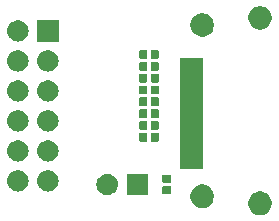
<source format=gbr>
G04 #@! TF.GenerationSoftware,KiCad,Pcbnew,5.0.2-bee76a0~70~ubuntu18.04.1*
G04 #@! TF.CreationDate,2020-06-27T14:22:49+01:00*
G04 #@! TF.ProjectId,picodvi_pmod,7069636f-6476-4695-9f70-6d6f642e6b69,rev?*
G04 #@! TF.SameCoordinates,Original*
G04 #@! TF.FileFunction,Soldermask,Top*
G04 #@! TF.FilePolarity,Negative*
%FSLAX46Y46*%
G04 Gerber Fmt 4.6, Leading zero omitted, Abs format (unit mm)*
G04 Created by KiCad (PCBNEW 5.0.2-bee76a0~70~ubuntu18.04.1) date Sat 27 Jun 2020 14:22:49 BST*
%MOMM*%
%LPD*%
G01*
G04 APERTURE LIST*
%ADD10C,0.100000*%
G04 APERTURE END LIST*
D10*
G36*
X149691981Y-83637468D02*
X149874150Y-83712925D01*
X150038103Y-83822475D01*
X150177525Y-83961897D01*
X150287075Y-84125850D01*
X150362532Y-84308019D01*
X150401000Y-84501410D01*
X150401000Y-84698590D01*
X150362532Y-84891981D01*
X150287075Y-85074150D01*
X150177525Y-85238103D01*
X150038103Y-85377525D01*
X149874150Y-85487075D01*
X149691981Y-85562532D01*
X149498590Y-85601000D01*
X149301410Y-85601000D01*
X149108019Y-85562532D01*
X148925850Y-85487075D01*
X148761897Y-85377525D01*
X148622475Y-85238103D01*
X148512925Y-85074150D01*
X148437468Y-84891981D01*
X148399000Y-84698590D01*
X148399000Y-84501410D01*
X148437468Y-84308019D01*
X148512925Y-84125850D01*
X148622475Y-83961897D01*
X148761897Y-83822475D01*
X148925850Y-83712925D01*
X149108019Y-83637468D01*
X149301410Y-83599000D01*
X149498590Y-83599000D01*
X149691981Y-83637468D01*
X149691981Y-83637468D01*
G37*
G36*
X144791981Y-83037468D02*
X144974150Y-83112925D01*
X145138103Y-83222475D01*
X145277525Y-83361897D01*
X145387075Y-83525850D01*
X145462532Y-83708019D01*
X145501000Y-83901410D01*
X145501000Y-84098590D01*
X145462532Y-84291981D01*
X145387075Y-84474150D01*
X145277525Y-84638103D01*
X145138103Y-84777525D01*
X144974150Y-84887075D01*
X144791981Y-84962532D01*
X144598590Y-85001000D01*
X144401410Y-85001000D01*
X144208019Y-84962532D01*
X144025850Y-84887075D01*
X143861897Y-84777525D01*
X143722475Y-84638103D01*
X143612925Y-84474150D01*
X143537468Y-84291981D01*
X143499000Y-84098590D01*
X143499000Y-83901410D01*
X143537468Y-83708019D01*
X143612925Y-83525850D01*
X143722475Y-83361897D01*
X143861897Y-83222475D01*
X144025850Y-83112925D01*
X144208019Y-83037468D01*
X144401410Y-82999000D01*
X144598590Y-82999000D01*
X144791981Y-83037468D01*
X144791981Y-83037468D01*
G37*
G36*
X139901000Y-83901000D02*
X138099000Y-83901000D01*
X138099000Y-82099000D01*
X139901000Y-82099000D01*
X139901000Y-83901000D01*
X139901000Y-83901000D01*
G37*
G36*
X136570442Y-82105518D02*
X136636627Y-82112037D01*
X136749853Y-82146384D01*
X136806467Y-82163557D01*
X136909152Y-82218444D01*
X136962991Y-82247222D01*
X136976199Y-82258062D01*
X137100186Y-82359814D01*
X137183448Y-82461271D01*
X137212778Y-82497009D01*
X137212779Y-82497011D01*
X137296443Y-82653533D01*
X137296443Y-82653534D01*
X137347963Y-82823373D01*
X137365359Y-83000000D01*
X137347963Y-83176627D01*
X137334055Y-83222475D01*
X137296443Y-83346467D01*
X137239618Y-83452778D01*
X137212778Y-83502991D01*
X137194019Y-83525849D01*
X137100186Y-83640186D01*
X137009803Y-83714360D01*
X136962991Y-83752778D01*
X136945087Y-83762348D01*
X136806467Y-83836443D01*
X136749853Y-83853616D01*
X136636627Y-83887963D01*
X136570442Y-83894482D01*
X136504260Y-83901000D01*
X136415740Y-83901000D01*
X136349558Y-83894482D01*
X136283373Y-83887963D01*
X136170147Y-83853616D01*
X136113533Y-83836443D01*
X135974913Y-83762348D01*
X135957009Y-83752778D01*
X135910197Y-83714360D01*
X135819814Y-83640186D01*
X135725981Y-83525849D01*
X135707222Y-83502991D01*
X135680382Y-83452778D01*
X135623557Y-83346467D01*
X135585945Y-83222475D01*
X135572037Y-83176627D01*
X135554641Y-83000000D01*
X135572037Y-82823373D01*
X135623557Y-82653534D01*
X135623557Y-82653533D01*
X135707221Y-82497011D01*
X135707222Y-82497009D01*
X135736552Y-82461271D01*
X135819814Y-82359814D01*
X135943801Y-82258062D01*
X135957009Y-82247222D01*
X136010848Y-82218444D01*
X136113533Y-82163557D01*
X136170147Y-82146384D01*
X136283373Y-82112037D01*
X136349558Y-82105518D01*
X136415740Y-82099000D01*
X136504260Y-82099000D01*
X136570442Y-82105518D01*
X136570442Y-82105518D01*
G37*
G36*
X141781938Y-83141716D02*
X141802556Y-83147970D01*
X141821556Y-83158126D01*
X141838208Y-83171792D01*
X141851874Y-83188444D01*
X141862030Y-83207444D01*
X141868284Y-83228062D01*
X141871000Y-83255640D01*
X141871000Y-83714360D01*
X141868284Y-83741938D01*
X141862030Y-83762556D01*
X141851874Y-83781556D01*
X141838208Y-83798208D01*
X141821556Y-83811874D01*
X141802556Y-83822030D01*
X141781938Y-83828284D01*
X141754360Y-83831000D01*
X141245640Y-83831000D01*
X141218062Y-83828284D01*
X141197444Y-83822030D01*
X141178444Y-83811874D01*
X141161792Y-83798208D01*
X141148126Y-83781556D01*
X141137970Y-83762556D01*
X141131716Y-83741938D01*
X141129000Y-83714360D01*
X141129000Y-83255640D01*
X141131716Y-83228062D01*
X141137970Y-83207444D01*
X141148126Y-83188444D01*
X141161792Y-83171792D01*
X141178444Y-83158126D01*
X141197444Y-83147970D01*
X141218062Y-83141716D01*
X141245640Y-83139000D01*
X141754360Y-83139000D01*
X141781938Y-83141716D01*
X141781938Y-83141716D01*
G37*
G36*
X131555442Y-81805518D02*
X131621627Y-81812037D01*
X131734853Y-81846384D01*
X131791467Y-81863557D01*
X131930087Y-81937652D01*
X131947991Y-81947222D01*
X131983729Y-81976552D01*
X132085186Y-82059814D01*
X132168448Y-82161271D01*
X132197778Y-82197009D01*
X132197779Y-82197011D01*
X132281443Y-82353533D01*
X132298616Y-82410147D01*
X132332963Y-82523373D01*
X132350359Y-82700000D01*
X132332963Y-82876627D01*
X132298616Y-82989853D01*
X132281443Y-83046467D01*
X132227188Y-83147970D01*
X132197778Y-83202991D01*
X132168448Y-83238729D01*
X132085186Y-83340186D01*
X131983729Y-83423448D01*
X131947991Y-83452778D01*
X131947989Y-83452779D01*
X131791467Y-83536443D01*
X131734853Y-83553616D01*
X131621627Y-83587963D01*
X131555443Y-83594481D01*
X131489260Y-83601000D01*
X131400740Y-83601000D01*
X131334557Y-83594481D01*
X131268373Y-83587963D01*
X131155147Y-83553616D01*
X131098533Y-83536443D01*
X130942011Y-83452779D01*
X130942009Y-83452778D01*
X130906271Y-83423448D01*
X130804814Y-83340186D01*
X130721552Y-83238729D01*
X130692222Y-83202991D01*
X130662812Y-83147970D01*
X130608557Y-83046467D01*
X130591384Y-82989853D01*
X130557037Y-82876627D01*
X130539641Y-82700000D01*
X130557037Y-82523373D01*
X130591384Y-82410147D01*
X130608557Y-82353533D01*
X130692221Y-82197011D01*
X130692222Y-82197009D01*
X130721552Y-82161271D01*
X130804814Y-82059814D01*
X130906271Y-81976552D01*
X130942009Y-81947222D01*
X130959913Y-81937652D01*
X131098533Y-81863557D01*
X131155147Y-81846384D01*
X131268373Y-81812037D01*
X131334558Y-81805518D01*
X131400740Y-81799000D01*
X131489260Y-81799000D01*
X131555442Y-81805518D01*
X131555442Y-81805518D01*
G37*
G36*
X129015442Y-81805518D02*
X129081627Y-81812037D01*
X129194853Y-81846384D01*
X129251467Y-81863557D01*
X129390087Y-81937652D01*
X129407991Y-81947222D01*
X129443729Y-81976552D01*
X129545186Y-82059814D01*
X129628448Y-82161271D01*
X129657778Y-82197009D01*
X129657779Y-82197011D01*
X129741443Y-82353533D01*
X129758616Y-82410147D01*
X129792963Y-82523373D01*
X129810359Y-82700000D01*
X129792963Y-82876627D01*
X129758616Y-82989853D01*
X129741443Y-83046467D01*
X129687188Y-83147970D01*
X129657778Y-83202991D01*
X129628448Y-83238729D01*
X129545186Y-83340186D01*
X129443729Y-83423448D01*
X129407991Y-83452778D01*
X129407989Y-83452779D01*
X129251467Y-83536443D01*
X129194853Y-83553616D01*
X129081627Y-83587963D01*
X129015443Y-83594481D01*
X128949260Y-83601000D01*
X128860740Y-83601000D01*
X128794557Y-83594481D01*
X128728373Y-83587963D01*
X128615147Y-83553616D01*
X128558533Y-83536443D01*
X128402011Y-83452779D01*
X128402009Y-83452778D01*
X128366271Y-83423448D01*
X128264814Y-83340186D01*
X128181552Y-83238729D01*
X128152222Y-83202991D01*
X128122812Y-83147970D01*
X128068557Y-83046467D01*
X128051384Y-82989853D01*
X128017037Y-82876627D01*
X127999641Y-82700000D01*
X128017037Y-82523373D01*
X128051384Y-82410147D01*
X128068557Y-82353533D01*
X128152221Y-82197011D01*
X128152222Y-82197009D01*
X128181552Y-82161271D01*
X128264814Y-82059814D01*
X128366271Y-81976552D01*
X128402009Y-81947222D01*
X128419913Y-81937652D01*
X128558533Y-81863557D01*
X128615147Y-81846384D01*
X128728373Y-81812037D01*
X128794558Y-81805518D01*
X128860740Y-81799000D01*
X128949260Y-81799000D01*
X129015442Y-81805518D01*
X129015442Y-81805518D01*
G37*
G36*
X141781938Y-82171716D02*
X141802556Y-82177970D01*
X141821556Y-82188126D01*
X141838208Y-82201792D01*
X141851874Y-82218444D01*
X141862030Y-82237444D01*
X141868284Y-82258062D01*
X141871000Y-82285640D01*
X141871000Y-82744360D01*
X141868284Y-82771938D01*
X141862030Y-82792556D01*
X141851874Y-82811556D01*
X141838208Y-82828208D01*
X141821556Y-82841874D01*
X141802556Y-82852030D01*
X141781938Y-82858284D01*
X141754360Y-82861000D01*
X141245640Y-82861000D01*
X141218062Y-82858284D01*
X141197444Y-82852030D01*
X141178444Y-82841874D01*
X141161792Y-82828208D01*
X141148126Y-82811556D01*
X141137970Y-82792556D01*
X141131716Y-82771938D01*
X141129000Y-82744360D01*
X141129000Y-82285640D01*
X141131716Y-82258062D01*
X141137970Y-82237444D01*
X141148126Y-82218444D01*
X141161792Y-82201792D01*
X141178444Y-82188126D01*
X141197444Y-82177970D01*
X141218062Y-82171716D01*
X141245640Y-82169000D01*
X141754360Y-82169000D01*
X141781938Y-82171716D01*
X141781938Y-82171716D01*
G37*
G36*
X144601000Y-81701000D02*
X142599000Y-81701000D01*
X142599000Y-72299000D01*
X144601000Y-72299000D01*
X144601000Y-81701000D01*
X144601000Y-81701000D01*
G37*
G36*
X129002096Y-79264204D02*
X129081627Y-79272037D01*
X129154405Y-79294114D01*
X129251467Y-79323557D01*
X129335144Y-79368284D01*
X129407991Y-79407222D01*
X129443729Y-79436552D01*
X129545186Y-79519814D01*
X129628448Y-79621271D01*
X129657778Y-79657009D01*
X129657779Y-79657011D01*
X129741443Y-79813533D01*
X129741443Y-79813534D01*
X129792963Y-79983373D01*
X129810359Y-80160000D01*
X129792963Y-80336627D01*
X129758616Y-80449853D01*
X129741443Y-80506467D01*
X129667348Y-80645087D01*
X129657778Y-80662991D01*
X129628448Y-80698729D01*
X129545186Y-80800186D01*
X129443729Y-80883448D01*
X129407991Y-80912778D01*
X129407989Y-80912779D01*
X129251467Y-80996443D01*
X129194853Y-81013616D01*
X129081627Y-81047963D01*
X129015442Y-81054482D01*
X128949260Y-81061000D01*
X128860740Y-81061000D01*
X128794558Y-81054482D01*
X128728373Y-81047963D01*
X128615147Y-81013616D01*
X128558533Y-80996443D01*
X128402011Y-80912779D01*
X128402009Y-80912778D01*
X128366271Y-80883448D01*
X128264814Y-80800186D01*
X128181552Y-80698729D01*
X128152222Y-80662991D01*
X128142652Y-80645087D01*
X128068557Y-80506467D01*
X128051384Y-80449853D01*
X128017037Y-80336627D01*
X127999641Y-80160000D01*
X128017037Y-79983373D01*
X128068557Y-79813534D01*
X128068557Y-79813533D01*
X128152221Y-79657011D01*
X128152222Y-79657009D01*
X128181552Y-79621271D01*
X128264814Y-79519814D01*
X128366271Y-79436552D01*
X128402009Y-79407222D01*
X128474856Y-79368284D01*
X128558533Y-79323557D01*
X128655595Y-79294114D01*
X128728373Y-79272037D01*
X128807904Y-79264204D01*
X128860740Y-79259000D01*
X128949260Y-79259000D01*
X129002096Y-79264204D01*
X129002096Y-79264204D01*
G37*
G36*
X131542096Y-79264204D02*
X131621627Y-79272037D01*
X131694405Y-79294114D01*
X131791467Y-79323557D01*
X131875144Y-79368284D01*
X131947991Y-79407222D01*
X131983729Y-79436552D01*
X132085186Y-79519814D01*
X132168448Y-79621271D01*
X132197778Y-79657009D01*
X132197779Y-79657011D01*
X132281443Y-79813533D01*
X132281443Y-79813534D01*
X132332963Y-79983373D01*
X132350359Y-80160000D01*
X132332963Y-80336627D01*
X132298616Y-80449853D01*
X132281443Y-80506467D01*
X132207348Y-80645087D01*
X132197778Y-80662991D01*
X132168448Y-80698729D01*
X132085186Y-80800186D01*
X131983729Y-80883448D01*
X131947991Y-80912778D01*
X131947989Y-80912779D01*
X131791467Y-80996443D01*
X131734853Y-81013616D01*
X131621627Y-81047963D01*
X131555442Y-81054482D01*
X131489260Y-81061000D01*
X131400740Y-81061000D01*
X131334558Y-81054482D01*
X131268373Y-81047963D01*
X131155147Y-81013616D01*
X131098533Y-80996443D01*
X130942011Y-80912779D01*
X130942009Y-80912778D01*
X130906271Y-80883448D01*
X130804814Y-80800186D01*
X130721552Y-80698729D01*
X130692222Y-80662991D01*
X130682652Y-80645087D01*
X130608557Y-80506467D01*
X130591384Y-80449853D01*
X130557037Y-80336627D01*
X130539641Y-80160000D01*
X130557037Y-79983373D01*
X130608557Y-79813534D01*
X130608557Y-79813533D01*
X130692221Y-79657011D01*
X130692222Y-79657009D01*
X130721552Y-79621271D01*
X130804814Y-79519814D01*
X130906271Y-79436552D01*
X130942009Y-79407222D01*
X131014856Y-79368284D01*
X131098533Y-79323557D01*
X131195595Y-79294114D01*
X131268373Y-79272037D01*
X131347904Y-79264204D01*
X131400740Y-79259000D01*
X131489260Y-79259000D01*
X131542096Y-79264204D01*
X131542096Y-79264204D01*
G37*
G36*
X139771938Y-78631716D02*
X139792556Y-78637970D01*
X139811556Y-78648126D01*
X139828208Y-78661792D01*
X139841874Y-78678444D01*
X139852030Y-78697444D01*
X139858284Y-78718062D01*
X139861000Y-78745640D01*
X139861000Y-79254360D01*
X139858284Y-79281938D01*
X139852030Y-79302556D01*
X139841874Y-79321556D01*
X139828208Y-79338208D01*
X139811556Y-79351874D01*
X139792556Y-79362030D01*
X139771938Y-79368284D01*
X139744360Y-79371000D01*
X139285640Y-79371000D01*
X139258062Y-79368284D01*
X139237444Y-79362030D01*
X139218444Y-79351874D01*
X139201792Y-79338208D01*
X139188126Y-79321556D01*
X139177970Y-79302556D01*
X139171716Y-79281938D01*
X139169000Y-79254360D01*
X139169000Y-78745640D01*
X139171716Y-78718062D01*
X139177970Y-78697444D01*
X139188126Y-78678444D01*
X139201792Y-78661792D01*
X139218444Y-78648126D01*
X139237444Y-78637970D01*
X139258062Y-78631716D01*
X139285640Y-78629000D01*
X139744360Y-78629000D01*
X139771938Y-78631716D01*
X139771938Y-78631716D01*
G37*
G36*
X140741938Y-78631716D02*
X140762556Y-78637970D01*
X140781556Y-78648126D01*
X140798208Y-78661792D01*
X140811874Y-78678444D01*
X140822030Y-78697444D01*
X140828284Y-78718062D01*
X140831000Y-78745640D01*
X140831000Y-79254360D01*
X140828284Y-79281938D01*
X140822030Y-79302556D01*
X140811874Y-79321556D01*
X140798208Y-79338208D01*
X140781556Y-79351874D01*
X140762556Y-79362030D01*
X140741938Y-79368284D01*
X140714360Y-79371000D01*
X140255640Y-79371000D01*
X140228062Y-79368284D01*
X140207444Y-79362030D01*
X140188444Y-79351874D01*
X140171792Y-79338208D01*
X140158126Y-79321556D01*
X140147970Y-79302556D01*
X140141716Y-79281938D01*
X140139000Y-79254360D01*
X140139000Y-78745640D01*
X140141716Y-78718062D01*
X140147970Y-78697444D01*
X140158126Y-78678444D01*
X140171792Y-78661792D01*
X140188444Y-78648126D01*
X140207444Y-78637970D01*
X140228062Y-78631716D01*
X140255640Y-78629000D01*
X140714360Y-78629000D01*
X140741938Y-78631716D01*
X140741938Y-78631716D01*
G37*
G36*
X129015442Y-76725518D02*
X129081627Y-76732037D01*
X129194853Y-76766384D01*
X129251467Y-76783557D01*
X129390087Y-76857652D01*
X129407991Y-76867222D01*
X129443729Y-76896552D01*
X129545186Y-76979814D01*
X129628448Y-77081271D01*
X129657778Y-77117009D01*
X129657779Y-77117011D01*
X129741443Y-77273533D01*
X129747686Y-77294114D01*
X129792963Y-77443373D01*
X129810359Y-77620000D01*
X129792963Y-77796627D01*
X129792243Y-77799000D01*
X129741443Y-77966467D01*
X129667348Y-78105087D01*
X129657778Y-78122991D01*
X129628448Y-78158729D01*
X129545186Y-78260186D01*
X129445684Y-78341844D01*
X129407991Y-78372778D01*
X129407989Y-78372779D01*
X129251467Y-78456443D01*
X129194853Y-78473616D01*
X129081627Y-78507963D01*
X129015443Y-78514481D01*
X128949260Y-78521000D01*
X128860740Y-78521000D01*
X128794557Y-78514481D01*
X128728373Y-78507963D01*
X128615147Y-78473616D01*
X128558533Y-78456443D01*
X128402011Y-78372779D01*
X128402009Y-78372778D01*
X128364316Y-78341844D01*
X128264814Y-78260186D01*
X128181552Y-78158729D01*
X128152222Y-78122991D01*
X128142652Y-78105087D01*
X128068557Y-77966467D01*
X128017757Y-77799000D01*
X128017037Y-77796627D01*
X127999641Y-77620000D01*
X128017037Y-77443373D01*
X128062314Y-77294114D01*
X128068557Y-77273533D01*
X128152221Y-77117011D01*
X128152222Y-77117009D01*
X128181552Y-77081271D01*
X128264814Y-76979814D01*
X128366271Y-76896552D01*
X128402009Y-76867222D01*
X128419913Y-76857652D01*
X128558533Y-76783557D01*
X128615147Y-76766384D01*
X128728373Y-76732037D01*
X128794558Y-76725518D01*
X128860740Y-76719000D01*
X128949260Y-76719000D01*
X129015442Y-76725518D01*
X129015442Y-76725518D01*
G37*
G36*
X131555442Y-76725518D02*
X131621627Y-76732037D01*
X131734853Y-76766384D01*
X131791467Y-76783557D01*
X131930087Y-76857652D01*
X131947991Y-76867222D01*
X131983729Y-76896552D01*
X132085186Y-76979814D01*
X132168448Y-77081271D01*
X132197778Y-77117009D01*
X132197779Y-77117011D01*
X132281443Y-77273533D01*
X132287686Y-77294114D01*
X132332963Y-77443373D01*
X132350359Y-77620000D01*
X132332963Y-77796627D01*
X132332243Y-77799000D01*
X132281443Y-77966467D01*
X132207348Y-78105087D01*
X132197778Y-78122991D01*
X132168448Y-78158729D01*
X132085186Y-78260186D01*
X131985684Y-78341844D01*
X131947991Y-78372778D01*
X131947989Y-78372779D01*
X131791467Y-78456443D01*
X131734853Y-78473616D01*
X131621627Y-78507963D01*
X131555443Y-78514481D01*
X131489260Y-78521000D01*
X131400740Y-78521000D01*
X131334557Y-78514481D01*
X131268373Y-78507963D01*
X131155147Y-78473616D01*
X131098533Y-78456443D01*
X130942011Y-78372779D01*
X130942009Y-78372778D01*
X130904316Y-78341844D01*
X130804814Y-78260186D01*
X130721552Y-78158729D01*
X130692222Y-78122991D01*
X130682652Y-78105087D01*
X130608557Y-77966467D01*
X130557757Y-77799000D01*
X130557037Y-77796627D01*
X130539641Y-77620000D01*
X130557037Y-77443373D01*
X130602314Y-77294114D01*
X130608557Y-77273533D01*
X130692221Y-77117011D01*
X130692222Y-77117009D01*
X130721552Y-77081271D01*
X130804814Y-76979814D01*
X130906271Y-76896552D01*
X130942009Y-76867222D01*
X130959913Y-76857652D01*
X131098533Y-76783557D01*
X131155147Y-76766384D01*
X131268373Y-76732037D01*
X131334558Y-76725518D01*
X131400740Y-76719000D01*
X131489260Y-76719000D01*
X131555442Y-76725518D01*
X131555442Y-76725518D01*
G37*
G36*
X139771938Y-77631716D02*
X139792556Y-77637970D01*
X139811556Y-77648126D01*
X139828208Y-77661792D01*
X139841874Y-77678444D01*
X139852030Y-77697444D01*
X139858284Y-77718062D01*
X139861000Y-77745640D01*
X139861000Y-78254360D01*
X139858284Y-78281938D01*
X139852030Y-78302556D01*
X139841874Y-78321556D01*
X139828208Y-78338208D01*
X139811556Y-78351874D01*
X139792556Y-78362030D01*
X139771938Y-78368284D01*
X139744360Y-78371000D01*
X139285640Y-78371000D01*
X139258062Y-78368284D01*
X139237444Y-78362030D01*
X139218444Y-78351874D01*
X139201792Y-78338208D01*
X139188126Y-78321556D01*
X139177970Y-78302556D01*
X139171716Y-78281938D01*
X139169000Y-78254360D01*
X139169000Y-77745640D01*
X139171716Y-77718062D01*
X139177970Y-77697444D01*
X139188126Y-77678444D01*
X139201792Y-77661792D01*
X139218444Y-77648126D01*
X139237444Y-77637970D01*
X139258062Y-77631716D01*
X139285640Y-77629000D01*
X139744360Y-77629000D01*
X139771938Y-77631716D01*
X139771938Y-77631716D01*
G37*
G36*
X140741938Y-77631716D02*
X140762556Y-77637970D01*
X140781556Y-77648126D01*
X140798208Y-77661792D01*
X140811874Y-77678444D01*
X140822030Y-77697444D01*
X140828284Y-77718062D01*
X140831000Y-77745640D01*
X140831000Y-78254360D01*
X140828284Y-78281938D01*
X140822030Y-78302556D01*
X140811874Y-78321556D01*
X140798208Y-78338208D01*
X140781556Y-78351874D01*
X140762556Y-78362030D01*
X140741938Y-78368284D01*
X140714360Y-78371000D01*
X140255640Y-78371000D01*
X140228062Y-78368284D01*
X140207444Y-78362030D01*
X140188444Y-78351874D01*
X140171792Y-78338208D01*
X140158126Y-78321556D01*
X140147970Y-78302556D01*
X140141716Y-78281938D01*
X140139000Y-78254360D01*
X140139000Y-77745640D01*
X140141716Y-77718062D01*
X140147970Y-77697444D01*
X140158126Y-77678444D01*
X140171792Y-77661792D01*
X140188444Y-77648126D01*
X140207444Y-77637970D01*
X140228062Y-77631716D01*
X140255640Y-77629000D01*
X140714360Y-77629000D01*
X140741938Y-77631716D01*
X140741938Y-77631716D01*
G37*
G36*
X140741938Y-76631716D02*
X140762556Y-76637970D01*
X140781556Y-76648126D01*
X140798208Y-76661792D01*
X140811874Y-76678444D01*
X140822030Y-76697444D01*
X140828284Y-76718062D01*
X140831000Y-76745640D01*
X140831000Y-77254360D01*
X140828284Y-77281938D01*
X140822030Y-77302556D01*
X140811874Y-77321556D01*
X140798208Y-77338208D01*
X140781556Y-77351874D01*
X140762556Y-77362030D01*
X140741938Y-77368284D01*
X140714360Y-77371000D01*
X140255640Y-77371000D01*
X140228062Y-77368284D01*
X140207444Y-77362030D01*
X140188444Y-77351874D01*
X140171792Y-77338208D01*
X140158126Y-77321556D01*
X140147970Y-77302556D01*
X140141716Y-77281938D01*
X140139000Y-77254360D01*
X140139000Y-76745640D01*
X140141716Y-76718062D01*
X140147970Y-76697444D01*
X140158126Y-76678444D01*
X140171792Y-76661792D01*
X140188444Y-76648126D01*
X140207444Y-76637970D01*
X140228062Y-76631716D01*
X140255640Y-76629000D01*
X140714360Y-76629000D01*
X140741938Y-76631716D01*
X140741938Y-76631716D01*
G37*
G36*
X139771938Y-76631716D02*
X139792556Y-76637970D01*
X139811556Y-76648126D01*
X139828208Y-76661792D01*
X139841874Y-76678444D01*
X139852030Y-76697444D01*
X139858284Y-76718062D01*
X139861000Y-76745640D01*
X139861000Y-77254360D01*
X139858284Y-77281938D01*
X139852030Y-77302556D01*
X139841874Y-77321556D01*
X139828208Y-77338208D01*
X139811556Y-77351874D01*
X139792556Y-77362030D01*
X139771938Y-77368284D01*
X139744360Y-77371000D01*
X139285640Y-77371000D01*
X139258062Y-77368284D01*
X139237444Y-77362030D01*
X139218444Y-77351874D01*
X139201792Y-77338208D01*
X139188126Y-77321556D01*
X139177970Y-77302556D01*
X139171716Y-77281938D01*
X139169000Y-77254360D01*
X139169000Y-76745640D01*
X139171716Y-76718062D01*
X139177970Y-76697444D01*
X139188126Y-76678444D01*
X139201792Y-76661792D01*
X139218444Y-76648126D01*
X139237444Y-76637970D01*
X139258062Y-76631716D01*
X139285640Y-76629000D01*
X139744360Y-76629000D01*
X139771938Y-76631716D01*
X139771938Y-76631716D01*
G37*
G36*
X139771938Y-75631716D02*
X139792556Y-75637970D01*
X139811556Y-75648126D01*
X139828208Y-75661792D01*
X139841874Y-75678444D01*
X139852030Y-75697444D01*
X139858284Y-75718062D01*
X139861000Y-75745640D01*
X139861000Y-76254360D01*
X139858284Y-76281938D01*
X139852030Y-76302556D01*
X139841874Y-76321556D01*
X139828208Y-76338208D01*
X139811556Y-76351874D01*
X139792556Y-76362030D01*
X139771938Y-76368284D01*
X139744360Y-76371000D01*
X139285640Y-76371000D01*
X139258062Y-76368284D01*
X139237444Y-76362030D01*
X139218444Y-76351874D01*
X139201792Y-76338208D01*
X139188126Y-76321556D01*
X139177970Y-76302556D01*
X139171716Y-76281938D01*
X139169000Y-76254360D01*
X139169000Y-75745640D01*
X139171716Y-75718062D01*
X139177970Y-75697444D01*
X139188126Y-75678444D01*
X139201792Y-75661792D01*
X139218444Y-75648126D01*
X139237444Y-75637970D01*
X139258062Y-75631716D01*
X139285640Y-75629000D01*
X139744360Y-75629000D01*
X139771938Y-75631716D01*
X139771938Y-75631716D01*
G37*
G36*
X140741938Y-75631716D02*
X140762556Y-75637970D01*
X140781556Y-75648126D01*
X140798208Y-75661792D01*
X140811874Y-75678444D01*
X140822030Y-75697444D01*
X140828284Y-75718062D01*
X140831000Y-75745640D01*
X140831000Y-76254360D01*
X140828284Y-76281938D01*
X140822030Y-76302556D01*
X140811874Y-76321556D01*
X140798208Y-76338208D01*
X140781556Y-76351874D01*
X140762556Y-76362030D01*
X140741938Y-76368284D01*
X140714360Y-76371000D01*
X140255640Y-76371000D01*
X140228062Y-76368284D01*
X140207444Y-76362030D01*
X140188444Y-76351874D01*
X140171792Y-76338208D01*
X140158126Y-76321556D01*
X140147970Y-76302556D01*
X140141716Y-76281938D01*
X140139000Y-76254360D01*
X140139000Y-75745640D01*
X140141716Y-75718062D01*
X140147970Y-75697444D01*
X140158126Y-75678444D01*
X140171792Y-75661792D01*
X140188444Y-75648126D01*
X140207444Y-75637970D01*
X140228062Y-75631716D01*
X140255640Y-75629000D01*
X140714360Y-75629000D01*
X140741938Y-75631716D01*
X140741938Y-75631716D01*
G37*
G36*
X129015442Y-74185518D02*
X129081627Y-74192037D01*
X129194853Y-74226384D01*
X129251467Y-74243557D01*
X129346051Y-74294114D01*
X129407991Y-74327222D01*
X129438029Y-74351874D01*
X129545186Y-74439814D01*
X129628448Y-74541271D01*
X129657778Y-74577009D01*
X129657779Y-74577011D01*
X129741443Y-74733533D01*
X129751974Y-74768249D01*
X129792963Y-74903373D01*
X129810359Y-75080000D01*
X129792963Y-75256627D01*
X129773639Y-75320329D01*
X129741443Y-75426467D01*
X129667348Y-75565087D01*
X129657778Y-75582991D01*
X129628448Y-75618729D01*
X129545186Y-75720186D01*
X129449149Y-75799000D01*
X129407991Y-75832778D01*
X129407989Y-75832779D01*
X129251467Y-75916443D01*
X129194853Y-75933616D01*
X129081627Y-75967963D01*
X129015442Y-75974482D01*
X128949260Y-75981000D01*
X128860740Y-75981000D01*
X128794558Y-75974482D01*
X128728373Y-75967963D01*
X128615147Y-75933616D01*
X128558533Y-75916443D01*
X128402011Y-75832779D01*
X128402009Y-75832778D01*
X128360851Y-75799000D01*
X128264814Y-75720186D01*
X128181552Y-75618729D01*
X128152222Y-75582991D01*
X128142652Y-75565087D01*
X128068557Y-75426467D01*
X128036361Y-75320329D01*
X128017037Y-75256627D01*
X127999641Y-75080000D01*
X128017037Y-74903373D01*
X128058026Y-74768249D01*
X128068557Y-74733533D01*
X128152221Y-74577011D01*
X128152222Y-74577009D01*
X128181552Y-74541271D01*
X128264814Y-74439814D01*
X128371971Y-74351874D01*
X128402009Y-74327222D01*
X128463949Y-74294114D01*
X128558533Y-74243557D01*
X128615147Y-74226384D01*
X128728373Y-74192037D01*
X128794558Y-74185518D01*
X128860740Y-74179000D01*
X128949260Y-74179000D01*
X129015442Y-74185518D01*
X129015442Y-74185518D01*
G37*
G36*
X131555442Y-74185518D02*
X131621627Y-74192037D01*
X131734853Y-74226384D01*
X131791467Y-74243557D01*
X131886051Y-74294114D01*
X131947991Y-74327222D01*
X131978029Y-74351874D01*
X132085186Y-74439814D01*
X132168448Y-74541271D01*
X132197778Y-74577009D01*
X132197779Y-74577011D01*
X132281443Y-74733533D01*
X132291974Y-74768249D01*
X132332963Y-74903373D01*
X132350359Y-75080000D01*
X132332963Y-75256627D01*
X132313639Y-75320329D01*
X132281443Y-75426467D01*
X132207348Y-75565087D01*
X132197778Y-75582991D01*
X132168448Y-75618729D01*
X132085186Y-75720186D01*
X131989149Y-75799000D01*
X131947991Y-75832778D01*
X131947989Y-75832779D01*
X131791467Y-75916443D01*
X131734853Y-75933616D01*
X131621627Y-75967963D01*
X131555442Y-75974482D01*
X131489260Y-75981000D01*
X131400740Y-75981000D01*
X131334558Y-75974482D01*
X131268373Y-75967963D01*
X131155147Y-75933616D01*
X131098533Y-75916443D01*
X130942011Y-75832779D01*
X130942009Y-75832778D01*
X130900851Y-75799000D01*
X130804814Y-75720186D01*
X130721552Y-75618729D01*
X130692222Y-75582991D01*
X130682652Y-75565087D01*
X130608557Y-75426467D01*
X130576361Y-75320329D01*
X130557037Y-75256627D01*
X130539641Y-75080000D01*
X130557037Y-74903373D01*
X130598026Y-74768249D01*
X130608557Y-74733533D01*
X130692221Y-74577011D01*
X130692222Y-74577009D01*
X130721552Y-74541271D01*
X130804814Y-74439814D01*
X130911971Y-74351874D01*
X130942009Y-74327222D01*
X131003949Y-74294114D01*
X131098533Y-74243557D01*
X131155147Y-74226384D01*
X131268373Y-74192037D01*
X131334558Y-74185518D01*
X131400740Y-74179000D01*
X131489260Y-74179000D01*
X131555442Y-74185518D01*
X131555442Y-74185518D01*
G37*
G36*
X140741938Y-74631716D02*
X140762556Y-74637970D01*
X140781556Y-74648126D01*
X140798208Y-74661792D01*
X140811874Y-74678444D01*
X140822030Y-74697444D01*
X140828284Y-74718062D01*
X140831000Y-74745640D01*
X140831000Y-75254360D01*
X140828284Y-75281938D01*
X140822030Y-75302556D01*
X140811874Y-75321556D01*
X140798208Y-75338208D01*
X140781556Y-75351874D01*
X140762556Y-75362030D01*
X140741938Y-75368284D01*
X140714360Y-75371000D01*
X140255640Y-75371000D01*
X140228062Y-75368284D01*
X140207444Y-75362030D01*
X140188444Y-75351874D01*
X140171792Y-75338208D01*
X140158126Y-75321556D01*
X140147970Y-75302556D01*
X140141716Y-75281938D01*
X140139000Y-75254360D01*
X140139000Y-74745640D01*
X140141716Y-74718062D01*
X140147970Y-74697444D01*
X140158126Y-74678444D01*
X140171792Y-74661792D01*
X140188444Y-74648126D01*
X140207444Y-74637970D01*
X140228062Y-74631716D01*
X140255640Y-74629000D01*
X140714360Y-74629000D01*
X140741938Y-74631716D01*
X140741938Y-74631716D01*
G37*
G36*
X139771938Y-74631716D02*
X139792556Y-74637970D01*
X139811556Y-74648126D01*
X139828208Y-74661792D01*
X139841874Y-74678444D01*
X139852030Y-74697444D01*
X139858284Y-74718062D01*
X139861000Y-74745640D01*
X139861000Y-75254360D01*
X139858284Y-75281938D01*
X139852030Y-75302556D01*
X139841874Y-75321556D01*
X139828208Y-75338208D01*
X139811556Y-75351874D01*
X139792556Y-75362030D01*
X139771938Y-75368284D01*
X139744360Y-75371000D01*
X139285640Y-75371000D01*
X139258062Y-75368284D01*
X139237444Y-75362030D01*
X139218444Y-75351874D01*
X139201792Y-75338208D01*
X139188126Y-75321556D01*
X139177970Y-75302556D01*
X139171716Y-75281938D01*
X139169000Y-75254360D01*
X139169000Y-74745640D01*
X139171716Y-74718062D01*
X139177970Y-74697444D01*
X139188126Y-74678444D01*
X139201792Y-74661792D01*
X139218444Y-74648126D01*
X139237444Y-74637970D01*
X139258062Y-74631716D01*
X139285640Y-74629000D01*
X139744360Y-74629000D01*
X139771938Y-74631716D01*
X139771938Y-74631716D01*
G37*
G36*
X139771938Y-73631716D02*
X139792556Y-73637970D01*
X139811556Y-73648126D01*
X139828208Y-73661792D01*
X139841874Y-73678444D01*
X139852030Y-73697444D01*
X139858284Y-73718062D01*
X139861000Y-73745640D01*
X139861000Y-74254360D01*
X139858284Y-74281938D01*
X139852030Y-74302556D01*
X139841874Y-74321556D01*
X139828208Y-74338208D01*
X139811556Y-74351874D01*
X139792556Y-74362030D01*
X139771938Y-74368284D01*
X139744360Y-74371000D01*
X139285640Y-74371000D01*
X139258062Y-74368284D01*
X139237444Y-74362030D01*
X139218444Y-74351874D01*
X139201792Y-74338208D01*
X139188126Y-74321556D01*
X139177970Y-74302556D01*
X139171716Y-74281938D01*
X139169000Y-74254360D01*
X139169000Y-73745640D01*
X139171716Y-73718062D01*
X139177970Y-73697444D01*
X139188126Y-73678444D01*
X139201792Y-73661792D01*
X139218444Y-73648126D01*
X139237444Y-73637970D01*
X139258062Y-73631716D01*
X139285640Y-73629000D01*
X139744360Y-73629000D01*
X139771938Y-73631716D01*
X139771938Y-73631716D01*
G37*
G36*
X140741938Y-73631716D02*
X140762556Y-73637970D01*
X140781556Y-73648126D01*
X140798208Y-73661792D01*
X140811874Y-73678444D01*
X140822030Y-73697444D01*
X140828284Y-73718062D01*
X140831000Y-73745640D01*
X140831000Y-74254360D01*
X140828284Y-74281938D01*
X140822030Y-74302556D01*
X140811874Y-74321556D01*
X140798208Y-74338208D01*
X140781556Y-74351874D01*
X140762556Y-74362030D01*
X140741938Y-74368284D01*
X140714360Y-74371000D01*
X140255640Y-74371000D01*
X140228062Y-74368284D01*
X140207444Y-74362030D01*
X140188444Y-74351874D01*
X140171792Y-74338208D01*
X140158126Y-74321556D01*
X140147970Y-74302556D01*
X140141716Y-74281938D01*
X140139000Y-74254360D01*
X140139000Y-73745640D01*
X140141716Y-73718062D01*
X140147970Y-73697444D01*
X140158126Y-73678444D01*
X140171792Y-73661792D01*
X140188444Y-73648126D01*
X140207444Y-73637970D01*
X140228062Y-73631716D01*
X140255640Y-73629000D01*
X140714360Y-73629000D01*
X140741938Y-73631716D01*
X140741938Y-73631716D01*
G37*
G36*
X129015442Y-71645518D02*
X129081627Y-71652037D01*
X129168679Y-71678444D01*
X129251467Y-71703557D01*
X129372495Y-71768249D01*
X129407991Y-71787222D01*
X129425998Y-71802000D01*
X129545186Y-71899814D01*
X129628448Y-72001271D01*
X129657778Y-72037009D01*
X129657779Y-72037011D01*
X129741443Y-72193533D01*
X129741443Y-72193534D01*
X129792963Y-72363373D01*
X129810359Y-72540000D01*
X129792963Y-72716627D01*
X129767975Y-72799000D01*
X129741443Y-72886467D01*
X129667348Y-73025087D01*
X129657778Y-73042991D01*
X129628448Y-73078729D01*
X129545186Y-73180186D01*
X129454803Y-73254360D01*
X129407991Y-73292778D01*
X129396351Y-73299000D01*
X129251467Y-73376443D01*
X129194853Y-73393616D01*
X129081627Y-73427963D01*
X129015442Y-73434482D01*
X128949260Y-73441000D01*
X128860740Y-73441000D01*
X128794558Y-73434482D01*
X128728373Y-73427963D01*
X128615147Y-73393616D01*
X128558533Y-73376443D01*
X128413649Y-73299000D01*
X128402009Y-73292778D01*
X128355197Y-73254360D01*
X128264814Y-73180186D01*
X128181552Y-73078729D01*
X128152222Y-73042991D01*
X128142652Y-73025087D01*
X128068557Y-72886467D01*
X128042025Y-72799000D01*
X128017037Y-72716627D01*
X127999641Y-72540000D01*
X128017037Y-72363373D01*
X128068557Y-72193534D01*
X128068557Y-72193533D01*
X128152221Y-72037011D01*
X128152222Y-72037009D01*
X128181552Y-72001271D01*
X128264814Y-71899814D01*
X128384002Y-71802000D01*
X128402009Y-71787222D01*
X128437505Y-71768249D01*
X128558533Y-71703557D01*
X128641321Y-71678444D01*
X128728373Y-71652037D01*
X128794558Y-71645518D01*
X128860740Y-71639000D01*
X128949260Y-71639000D01*
X129015442Y-71645518D01*
X129015442Y-71645518D01*
G37*
G36*
X131555442Y-71645518D02*
X131621627Y-71652037D01*
X131708679Y-71678444D01*
X131791467Y-71703557D01*
X131912495Y-71768249D01*
X131947991Y-71787222D01*
X131965998Y-71802000D01*
X132085186Y-71899814D01*
X132168448Y-72001271D01*
X132197778Y-72037009D01*
X132197779Y-72037011D01*
X132281443Y-72193533D01*
X132281443Y-72193534D01*
X132332963Y-72363373D01*
X132350359Y-72540000D01*
X132332963Y-72716627D01*
X132307975Y-72799000D01*
X132281443Y-72886467D01*
X132207348Y-73025087D01*
X132197778Y-73042991D01*
X132168448Y-73078729D01*
X132085186Y-73180186D01*
X131994803Y-73254360D01*
X131947991Y-73292778D01*
X131936351Y-73299000D01*
X131791467Y-73376443D01*
X131734853Y-73393616D01*
X131621627Y-73427963D01*
X131555442Y-73434482D01*
X131489260Y-73441000D01*
X131400740Y-73441000D01*
X131334558Y-73434482D01*
X131268373Y-73427963D01*
X131155147Y-73393616D01*
X131098533Y-73376443D01*
X130953649Y-73299000D01*
X130942009Y-73292778D01*
X130895197Y-73254360D01*
X130804814Y-73180186D01*
X130721552Y-73078729D01*
X130692222Y-73042991D01*
X130682652Y-73025087D01*
X130608557Y-72886467D01*
X130582025Y-72799000D01*
X130557037Y-72716627D01*
X130539641Y-72540000D01*
X130557037Y-72363373D01*
X130608557Y-72193534D01*
X130608557Y-72193533D01*
X130692221Y-72037011D01*
X130692222Y-72037009D01*
X130721552Y-72001271D01*
X130804814Y-71899814D01*
X130924002Y-71802000D01*
X130942009Y-71787222D01*
X130977505Y-71768249D01*
X131098533Y-71703557D01*
X131181321Y-71678444D01*
X131268373Y-71652037D01*
X131334558Y-71645518D01*
X131400740Y-71639000D01*
X131489260Y-71639000D01*
X131555442Y-71645518D01*
X131555442Y-71645518D01*
G37*
G36*
X140741938Y-72631716D02*
X140762556Y-72637970D01*
X140781556Y-72648126D01*
X140798208Y-72661792D01*
X140811874Y-72678444D01*
X140822030Y-72697444D01*
X140828284Y-72718062D01*
X140831000Y-72745640D01*
X140831000Y-73254360D01*
X140828284Y-73281938D01*
X140822030Y-73302556D01*
X140811874Y-73321556D01*
X140798208Y-73338208D01*
X140781556Y-73351874D01*
X140762556Y-73362030D01*
X140741938Y-73368284D01*
X140714360Y-73371000D01*
X140255640Y-73371000D01*
X140228062Y-73368284D01*
X140207444Y-73362030D01*
X140188444Y-73351874D01*
X140171792Y-73338208D01*
X140158126Y-73321556D01*
X140147970Y-73302556D01*
X140141716Y-73281938D01*
X140139000Y-73254360D01*
X140139000Y-72745640D01*
X140141716Y-72718062D01*
X140147970Y-72697444D01*
X140158126Y-72678444D01*
X140171792Y-72661792D01*
X140188444Y-72648126D01*
X140207444Y-72637970D01*
X140228062Y-72631716D01*
X140255640Y-72629000D01*
X140714360Y-72629000D01*
X140741938Y-72631716D01*
X140741938Y-72631716D01*
G37*
G36*
X139771938Y-72631716D02*
X139792556Y-72637970D01*
X139811556Y-72648126D01*
X139828208Y-72661792D01*
X139841874Y-72678444D01*
X139852030Y-72697444D01*
X139858284Y-72718062D01*
X139861000Y-72745640D01*
X139861000Y-73254360D01*
X139858284Y-73281938D01*
X139852030Y-73302556D01*
X139841874Y-73321556D01*
X139828208Y-73338208D01*
X139811556Y-73351874D01*
X139792556Y-73362030D01*
X139771938Y-73368284D01*
X139744360Y-73371000D01*
X139285640Y-73371000D01*
X139258062Y-73368284D01*
X139237444Y-73362030D01*
X139218444Y-73351874D01*
X139201792Y-73338208D01*
X139188126Y-73321556D01*
X139177970Y-73302556D01*
X139171716Y-73281938D01*
X139169000Y-73254360D01*
X139169000Y-72745640D01*
X139171716Y-72718062D01*
X139177970Y-72697444D01*
X139188126Y-72678444D01*
X139201792Y-72661792D01*
X139218444Y-72648126D01*
X139237444Y-72637970D01*
X139258062Y-72631716D01*
X139285640Y-72629000D01*
X139744360Y-72629000D01*
X139771938Y-72631716D01*
X139771938Y-72631716D01*
G37*
G36*
X139771938Y-71631716D02*
X139792556Y-71637970D01*
X139811556Y-71648126D01*
X139828208Y-71661792D01*
X139841874Y-71678444D01*
X139852030Y-71697444D01*
X139858284Y-71718062D01*
X139861000Y-71745640D01*
X139861000Y-72254360D01*
X139858284Y-72281938D01*
X139852030Y-72302556D01*
X139841874Y-72321556D01*
X139828208Y-72338208D01*
X139811556Y-72351874D01*
X139792556Y-72362030D01*
X139771938Y-72368284D01*
X139744360Y-72371000D01*
X139285640Y-72371000D01*
X139258062Y-72368284D01*
X139237444Y-72362030D01*
X139218444Y-72351874D01*
X139201792Y-72338208D01*
X139188126Y-72321556D01*
X139177970Y-72302556D01*
X139171716Y-72281938D01*
X139169000Y-72254360D01*
X139169000Y-71745640D01*
X139171716Y-71718062D01*
X139177970Y-71697444D01*
X139188126Y-71678444D01*
X139201792Y-71661792D01*
X139218444Y-71648126D01*
X139237444Y-71637970D01*
X139258062Y-71631716D01*
X139285640Y-71629000D01*
X139744360Y-71629000D01*
X139771938Y-71631716D01*
X139771938Y-71631716D01*
G37*
G36*
X140741938Y-71631716D02*
X140762556Y-71637970D01*
X140781556Y-71648126D01*
X140798208Y-71661792D01*
X140811874Y-71678444D01*
X140822030Y-71697444D01*
X140828284Y-71718062D01*
X140831000Y-71745640D01*
X140831000Y-72254360D01*
X140828284Y-72281938D01*
X140822030Y-72302556D01*
X140811874Y-72321556D01*
X140798208Y-72338208D01*
X140781556Y-72351874D01*
X140762556Y-72362030D01*
X140741938Y-72368284D01*
X140714360Y-72371000D01*
X140255640Y-72371000D01*
X140228062Y-72368284D01*
X140207444Y-72362030D01*
X140188444Y-72351874D01*
X140171792Y-72338208D01*
X140158126Y-72321556D01*
X140147970Y-72302556D01*
X140141716Y-72281938D01*
X140139000Y-72254360D01*
X140139000Y-71745640D01*
X140141716Y-71718062D01*
X140147970Y-71697444D01*
X140158126Y-71678444D01*
X140171792Y-71661792D01*
X140188444Y-71648126D01*
X140207444Y-71637970D01*
X140228062Y-71631716D01*
X140255640Y-71629000D01*
X140714360Y-71629000D01*
X140741938Y-71631716D01*
X140741938Y-71631716D01*
G37*
G36*
X129015443Y-69105519D02*
X129081627Y-69112037D01*
X129194853Y-69146384D01*
X129251467Y-69163557D01*
X129334648Y-69208019D01*
X129407991Y-69247222D01*
X129443729Y-69276552D01*
X129545186Y-69359814D01*
X129628448Y-69461271D01*
X129657778Y-69497009D01*
X129657779Y-69497011D01*
X129741443Y-69653533D01*
X129741443Y-69653534D01*
X129792963Y-69823373D01*
X129810359Y-70000000D01*
X129792963Y-70176627D01*
X129762356Y-70277525D01*
X129741443Y-70346467D01*
X129719737Y-70387075D01*
X129657778Y-70502991D01*
X129628448Y-70538729D01*
X129545186Y-70640186D01*
X129443729Y-70723448D01*
X129407991Y-70752778D01*
X129407989Y-70752779D01*
X129251467Y-70836443D01*
X129194853Y-70853616D01*
X129081627Y-70887963D01*
X129015442Y-70894482D01*
X128949260Y-70901000D01*
X128860740Y-70901000D01*
X128794558Y-70894482D01*
X128728373Y-70887963D01*
X128615147Y-70853616D01*
X128558533Y-70836443D01*
X128402011Y-70752779D01*
X128402009Y-70752778D01*
X128366271Y-70723448D01*
X128264814Y-70640186D01*
X128181552Y-70538729D01*
X128152222Y-70502991D01*
X128090263Y-70387075D01*
X128068557Y-70346467D01*
X128047644Y-70277525D01*
X128017037Y-70176627D01*
X127999641Y-70000000D01*
X128017037Y-69823373D01*
X128068557Y-69653534D01*
X128068557Y-69653533D01*
X128152221Y-69497011D01*
X128152222Y-69497009D01*
X128181552Y-69461271D01*
X128264814Y-69359814D01*
X128366271Y-69276552D01*
X128402009Y-69247222D01*
X128475352Y-69208019D01*
X128558533Y-69163557D01*
X128615147Y-69146384D01*
X128728373Y-69112037D01*
X128794557Y-69105519D01*
X128860740Y-69099000D01*
X128949260Y-69099000D01*
X129015443Y-69105519D01*
X129015443Y-69105519D01*
G37*
G36*
X132346000Y-70901000D02*
X130544000Y-70901000D01*
X130544000Y-69099000D01*
X132346000Y-69099000D01*
X132346000Y-70901000D01*
X132346000Y-70901000D01*
G37*
G36*
X144791981Y-68537468D02*
X144974150Y-68612925D01*
X145138103Y-68722475D01*
X145277525Y-68861897D01*
X145387075Y-69025850D01*
X145462532Y-69208019D01*
X145501000Y-69401410D01*
X145501000Y-69598590D01*
X145462532Y-69791981D01*
X145387075Y-69974150D01*
X145277525Y-70138103D01*
X145138103Y-70277525D01*
X144974150Y-70387075D01*
X144791981Y-70462532D01*
X144598590Y-70501000D01*
X144401410Y-70501000D01*
X144208019Y-70462532D01*
X144025850Y-70387075D01*
X143861897Y-70277525D01*
X143722475Y-70138103D01*
X143612925Y-69974150D01*
X143537468Y-69791981D01*
X143499000Y-69598590D01*
X143499000Y-69401410D01*
X143537468Y-69208019D01*
X143612925Y-69025850D01*
X143722475Y-68861897D01*
X143861897Y-68722475D01*
X144025850Y-68612925D01*
X144208019Y-68537468D01*
X144401410Y-68499000D01*
X144598590Y-68499000D01*
X144791981Y-68537468D01*
X144791981Y-68537468D01*
G37*
G36*
X149691981Y-67937468D02*
X149874150Y-68012925D01*
X150038103Y-68122475D01*
X150177525Y-68261897D01*
X150287075Y-68425850D01*
X150362532Y-68608019D01*
X150401000Y-68801410D01*
X150401000Y-68998590D01*
X150362532Y-69191981D01*
X150287075Y-69374150D01*
X150177525Y-69538103D01*
X150038103Y-69677525D01*
X149874150Y-69787075D01*
X149691981Y-69862532D01*
X149498590Y-69901000D01*
X149301410Y-69901000D01*
X149108019Y-69862532D01*
X148925850Y-69787075D01*
X148761897Y-69677525D01*
X148622475Y-69538103D01*
X148512925Y-69374150D01*
X148437468Y-69191981D01*
X148399000Y-68998590D01*
X148399000Y-68801410D01*
X148437468Y-68608019D01*
X148512925Y-68425850D01*
X148622475Y-68261897D01*
X148761897Y-68122475D01*
X148925850Y-68012925D01*
X149108019Y-67937468D01*
X149301410Y-67899000D01*
X149498590Y-67899000D01*
X149691981Y-67937468D01*
X149691981Y-67937468D01*
G37*
M02*

</source>
